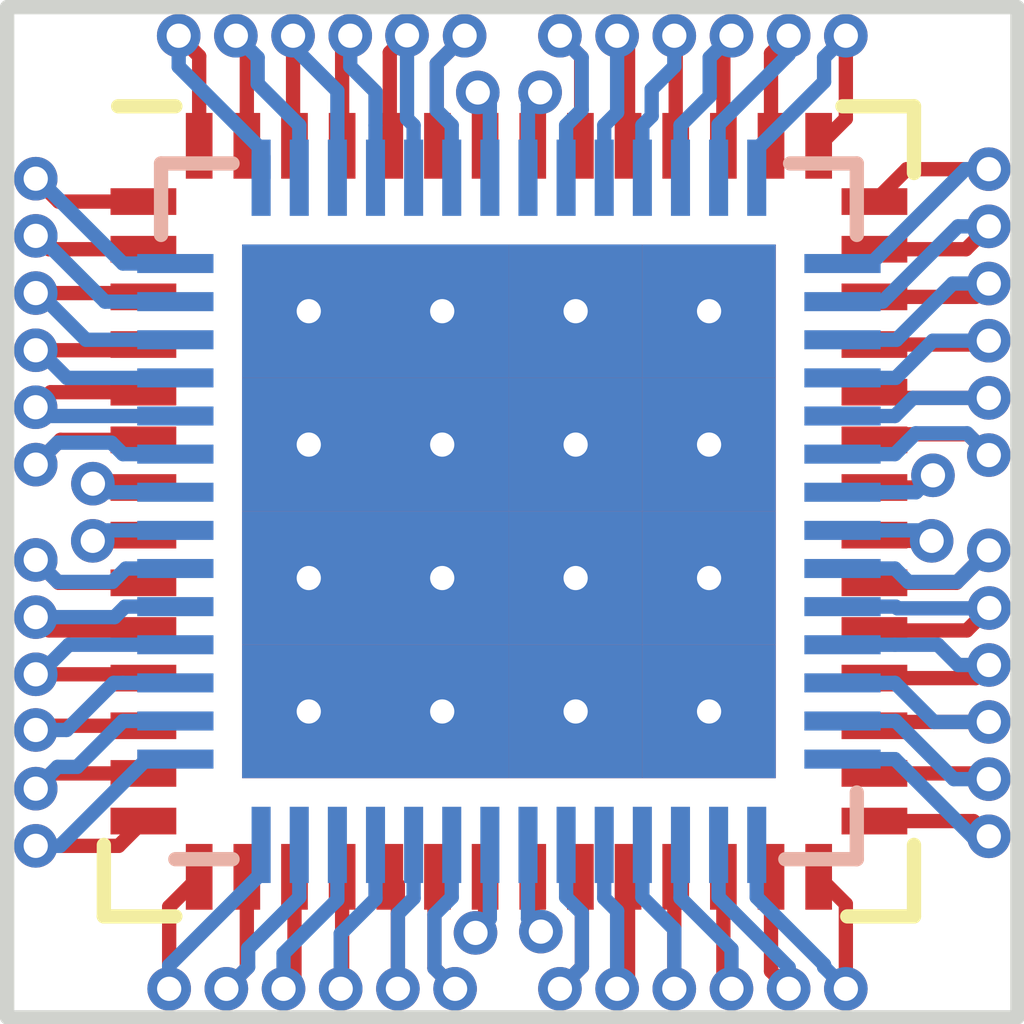
<source format=kicad_pcb>
(kicad_pcb (version 20221018) (generator pcbnew)
  (layers (0 "F.Cu" signal) (1 "In1.Cu" signal) (2 "In2.Cu" signal) (31 "B.Cu" signal) (34 "B.Paste" user) (35 "F.Paste" user) (36 "B.SilkS" user "B.Silkscreen") (37 "F.SilkS" user "F.Silkscreen") (38 "B.Mask" user) (39 "F.Mask" user) (44 "Edge.Cuts" user))
  (net 0 "")
  (net 1 "/1")
  (net 2 "/2")
  (net 3 "/3")
  (net 4 "/4")
  (net 5 "/5")
  (net 6 "/6")
  (net 7 "/7")
  (net 8 "/8")
  (net 9 "/9")
  (net 10 "/10")
  (net 11 "/11")
  (net 12 "/12")
  (net 13 "/15")
  (net 14 "/16")
  (net 15 "/17")
  (net 16 "/18")
  (net 17 "/19")
  (net 18 "/20")
  (net 19 "/21")
  (net 20 "/22")
  (net 21 "/23")
  (net 22 "/24")
  (net 23 "/57")
  (net 24 "/13")
  (net 25 "/14")
  (net 26 "/25")
  (net 27 "/26")
  (net 28 "/27")
  (net 29 "/28")
  (net 30 "/42")
  (net 31 "/41")
  (net 32 "/39")
  (net 33 "/38")
  (net 34 "/40")
  (net 35 "/35")
  (net 36 "/34")
  (net 37 "/33")
  (net 38 "/36")
  (net 39 "/37")
  (net 40 "/30")
  (net 41 "/31")
  (net 42 "/32")
  (net 43 "/29")
  (net 44 "/55")
  (net 45 "/56")
  (net 46 "/51")
  (net 47 "/49")
  (net 48 "/52")
  (net 49 "/53")
  (net 50 "/50")
  (net 51 "/54")
  (net 52 "/45")
  (net 53 "/47")
  (net 54 "/46")
  (net 55 "/44")
  (net 56 "/43")
  (net 57 "/48")
  (footprint "NQBit:QFN-56-1EP_7x7mm_Pitch0.5mm" (layer "F.Cu") (at 73.0648 94.48998)
    (fp_text reference "J2" hide)
    (fp_text value "Conn_02x29_Counter_Clockwise" hide)
    (pad "1" smd rect (at -3.835 -3.25) (size 0.69 0.28) (layers "F.Cu" "F.Paste" "F.Mask") (net 25 "/14"))
    (pad "2" smd rect (at -3.835 -2.75) (size 0.69 0.28) (layers "F.Cu" "F.Paste" "F.Mask") (net 24 "/13"))
    (pad "3" smd rect (at -3.835 -2.25) (size 0.69 0.28) (layers "F.Cu" "F.Paste" "F.Mask") (net 12 "/12"))
    (pad "4" smd rect (at -3.835 -1.75) (size 0.69 0.28) (layers "F.Cu" "F.Paste" "F.Mask") (net 11 "/11"))
    (pad "5" smd rect (at -3.835 -1.25) (size 0.69 0.28) (layers "F.Cu" "F.Paste" "F.Mask") (net 10 "/10"))
    (pad "6" smd rect (at -3.835 -0.75) (size 0.69 0.28) (layers "F.Cu" "F.Paste" "F.Mask") (net 9 "/9"))
    (pad "7" smd rect (at -3.835 -0.25) (size 0.69 0.28) (layers "F.Cu" "F.Paste" "F.Mask") (net 8 "/8"))
    (pad "8" smd rect (at -3.835 0.25) (size 0.69 0.28) (layers "F.Cu" "F.Paste" "F.Mask") (net 7 "/7"))
    (pad "9" smd rect (at -3.835 0.75) (size 0.69 0.28) (layers "F.Cu" "F.Paste" "F.Mask") (net 6 "/6"))
    (pad "10" smd rect (at -3.835 1.25) (size 0.69 0.28) (layers "F.Cu" "F.Paste" "F.Mask") (net 5 "/5"))
    (pad "11" smd rect (at -3.835 1.75) (size 0.69 0.28) (layers "F.Cu" "F.Paste" "F.Mask") (net 4 "/4"))
    (pad "12" smd rect (at -3.835 2.25) (size 0.69 0.28) (layers "F.Cu" "F.Paste" "F.Mask") (net 3 "/3"))
    (pad "13" smd rect (at -3.835 2.75) (size 0.69 0.28) (layers "F.Cu" "F.Paste" "F.Mask") (net 2 "/2"))
    (pad "14" smd rect (at -3.835 3.25) (size 0.69 0.28) (layers "F.Cu" "F.Paste" "F.Mask") (net 1 "/1"))
    (pad "15" smd rect (at -3.25 3.835 90) (size 0.69 0.28) (layers "F.Cu" "F.Paste" "F.Mask") (net 45 "/56"))
    (pad "16" smd rect (at -2.75 3.835 90) (size 0.69 0.28) (layers "F.Cu" "F.Paste" "F.Mask") (net 44 "/55"))
    (pad "17" smd rect (at -2.25 3.835 90) (size 0.69 0.28) (layers "F.Cu" "F.Paste" "F.Mask") (net 51 "/54"))
    (pad "18" smd rect (at -1.75 3.835 90) (size 0.69 0.28) (layers "F.Cu" "F.Paste" "F.Mask") (net 49 "/53"))
    (pad "19" smd rect (at -1.25 3.835 90) (size 0.69 0.28) (layers "F.Cu" "F.Paste" "F.Mask") (net 48 "/52"))
    (pad "20" smd rect (at -0.75 3.835 90) (size 0.69 0.28) (layers "F.Cu" "F.Paste" "F.Mask") (net 46 "/51"))
    (pad "21" smd rect (at -0.25 3.835 90) (size 0.69 0.28) (layers "F.Cu" "F.Paste" "F.Mask") (net 50 "/50"))
    (pad "22" smd rect (at 0.25 3.835 90) (size 0.69 0.28) (layers "F.Cu" "F.Paste" "F.Mask") (net 47 "/49"))
    (pad "23" smd rect (at 0.75 3.835 90) (size 0.69 0.28) (layers "F.Cu" "F.Paste" "F.Mask") (net 57 "/48"))
    (pad "24" smd rect (at 1.25 3.835 90) (size 0.69 0.28) (layers "F.Cu" "F.Paste" "F.Mask") (net 53 "/47"))
    (pad "25" smd rect (at 1.75 3.835 90) (size 0.69 0.28) (layers "F.Cu" "F.Paste" "F.Mask") (net 54 "/46"))
    (pad "26" smd rect (at 2.25 3.835 90) (size 0.69 0.28) (layers "F.Cu" "F.Paste" "F.Mask") (net 52 "/45"))
    (pad "27" smd rect (at 2.75 3.835 90) (size 0.69 0.28) (layers "F.Cu" "F.Paste" "F.Mask") (net 55 "/44"))
    (pad "28" smd rect (at 3.25 3.835 90) (size 0.69 0.28) (layers "F.Cu" "F.Paste" "F.Mask") (net 56 "/43"))
    (pad "29" smd rect (at 3.835 3.25) (size 0.69 0.28) (layers "F.Cu" "F.Paste" "F.Mask") (net 30 "/42"))
    (pad "30" smd rect (at 3.835 2.75) (size 0.69 0.28) (layers "F.Cu" "F.Paste" "F.Mask") (net 31 "/41"))
    (pad "31" smd rect (at 3.835 2.25) (size 0.69 0.28) (layers "F.Cu" "F.Paste" "F.Mask") (net 34 "/40"))
    (pad "32" smd rect (at 3.835 1.75) (size 0.69 0.28) (layers "F.Cu" "F.Paste" "F.Mask") (net 32 "/39"))
    (pad "33" smd rect (at 3.835 1.25) (size 0.69 0.28) (layers "F.Cu" "F.Paste" "F.Mask") (net 33 "/38"))
    (pad "34" smd rect (at 3.835 0.75) (size 0.69 0.28) (layers "F.Cu" "F.Paste" "F.Mask") (net 39 "/37"))
    (pad "35" smd rect (at 3.835 0.25) (size 0.69 0.28) (layers "F.Cu" "F.Paste" "F.Mask") (net 38 "/36"))
    (pad "36" smd rect (at 3.835 -0.25) (size 0.69 0.28) (layers "F.Cu" "F.Paste" "F.Mask") (net 35 "/35"))
    (pad "37" smd rect (at 3.835 -0.75) (size 0.69 0.28) (layers "F.Cu" "F.Paste" "F.Mask") (net 36 "/34"))
    (pad "38" smd rect (at 3.835 -1.25) (size 0.69 0.28) (layers "F.Cu" "F.Paste" "F.Mask") (net 37 "/33"))
    (pad "39" smd rect (at 3.835 -1.75) (size 0.69 0.28) (layers "F.Cu" "F.Paste" "F.Mask") (net 42 "/32"))
    (pad "40" smd rect (at 3.835 -2.25) (size 0.69 0.28) (layers "F.Cu" "F.Paste" "F.Mask") (net 41 "/31"))
    (pad "41" smd rect (at 3.835 -2.75) (size 0.69 0.28) (layers "F.Cu" "F.Paste" "F.Mask") (net 40 "/30"))
    (pad "42" smd rect (at 3.835 -3.25) (size 0.69 0.28) (layers "F.Cu" "F.Paste" "F.Mask") (net 43 "/29"))
    (pad "43" smd rect (at 3.25 -3.835 90) (size 0.69 0.28) (layers "F.Cu" "F.Paste" "F.Mask") (net 29 "/28"))
    (pad "44" smd rect (at 2.75 -3.835 90) (size 0.69 0.28) (layers "F.Cu" "F.Paste" "F.Mask") (net 28 "/27"))
    (pad "45" smd rect (at 2.25 -3.835 90) (size 0.69 0.28) (layers "F.Cu" "F.Paste" "F.Mask") (net 27 "/26"))
    (pad "46" smd rect (at 1.75 -3.835 90) (size 0.69 0.28) (layers "F.Cu" "F.Paste" "F.Mask") (net 26 "/25"))
    (pad "47" smd rect (at 1.25 -3.835 90) (size 0.69 0.28) (layers "F.Cu" "F.Paste" "F.Mask") (net 22 "/24"))
    (pad "48" smd rect (at 0.75 -3.835 90) (size 0.69 0.28) (layers "F.Cu" "F.Paste" "F.Mask") (net 21 "/23"))
    (pad "49" smd rect (at 0.25 -3.835 90) (size 0.69 0.28) (layers "F.Cu" "F.Paste" "F.Mask") (net 20 "/22"))
    (pad "50" smd rect (at -0.25 -3.835 90) (size 0.69 0.28) (layers "F.Cu" "F.Paste" "F.Mask") (net 19 "/21"))
    (pad "51" smd rect (at -0.75 -3.835 90) (size 0.69 0.28) (layers "F.Cu" "F.Paste" "F.Mask") (net 18 "/20"))
    (pad "52" smd rect (at -1.25 -3.835 90) (size 0.69 0.28) (layers "F.Cu" "F.Paste" "F.Mask") (net 17 "/19"))
    (pad "53" smd rect (at -1.75 -3.835 90) (size 0.69 0.28) (layers "F.Cu" "F.Paste" "F.Mask") (net 16 "/18"))
    (pad "54" smd rect (at -2.25 -3.835 90) (size 0.69 0.28) (layers "F.Cu" "F.Paste" "F.Mask") (net 15 "/17"))
    (pad "55" smd rect (at -2.75 -3.835 90) (size 0.69 0.28) (layers "F.Cu" "F.Paste" "F.Mask") (net 14 "/16"))
    (pad "56" smd rect (at -3.25 -3.835 90) (size 0.69 0.28) (layers "F.Cu" "F.Paste" "F.Mask") (net 13 "/15"))
    (pad "57" smd rect (at -2.1 -2.1) (size 1.4 1.4) (layers "F.Cu" "F.Paste" "F.Mask") (net 23 "/57"))
    (pad "57" smd rect (at -2.1 -0.7) (size 1.4 1.4) (layers "F.Cu" "F.Paste" "F.Mask") (net 23 "/57"))
    (pad "57" smd rect (at -2.1 0.7) (size 1.4 1.4) (layers "F.Cu" "F.Paste" "F.Mask") (net 23 "/57"))
    (pad "57" smd rect (at -2.1 2.1) (size 1.4 1.4) (layers "F.Cu" "F.Paste" "F.Mask") (net 23 "/57"))
    (pad "57" smd rect (at -0.7 -2.1) (size 1.4 1.4) (layers "F.Cu" "F.Paste" "F.Mask") (net 23 "/57"))
    (pad "57" smd rect (at -0.7 -0.7) (size 1.4 1.4) (layers "F.Cu" "F.Paste" "F.Mask") (net 23 "/57"))
    (pad "57" smd rect (at -0.7 0.7) (size 1.4 1.4) (layers "F.Cu" "F.Paste" "F.Mask") (net 23 "/57"))
    (pad "57" smd rect (at -0.7 2.1) (size 1.4 1.4) (layers "F.Cu" "F.Paste" "F.Mask") (net 23 "/57"))
    (pad "57" smd rect (at 0.7 -2.1) (size 1.4 1.4) (layers "F.Cu" "F.Paste" "F.Mask") (net 23 "/57"))
    (pad "57" smd rect (at 0.7 -0.7) (size 1.4 1.4) (layers "F.Cu" "F.Paste" "F.Mask") (net 23 "/57"))
    (pad "57" smd rect (at 0.7 0.7) (size 1.4 1.4) (layers "F.Cu" "F.Paste" "F.Mask") (net 23 "/57"))
    (pad "57" smd rect (at 0.7 2.1) (size 1.4 1.4) (layers "F.Cu" "F.Paste" "F.Mask") (net 23 "/57"))
    (pad "57" smd rect (at 2.1 -2.1) (size 1.4 1.4) (layers "F.Cu" "F.Paste" "F.Mask") (net 23 "/57"))
    (pad "57" smd rect (at 2.1 -0.7) (size 1.4 1.4) (layers "F.Cu" "F.Paste" "F.Mask") (net 23 "/57"))
    (pad "57" smd rect (at 2.1 0.7) (size 1.4 1.4) (layers "F.Cu" "F.Paste" "F.Mask") (net 23 "/57"))
    (pad "57" smd rect (at 2.1 2.1) (size 1.4 1.4) (layers "F.Cu" "F.Paste" "F.Mask") (net 23 "/57"))
  )
  (footprint "Housings_DFN_QFN:QFN-56-1EP_7x7mm_Pitch0.4mm" (layer "B.Cu") (at 73.0648 94.48998)
    (fp_text reference "J1" hide)
    (fp_text value "Conn_02x29_Counter_Clockwise" hide)
    (pad "1" smd rect (at -3.5 2.6) (size 0.8 0.2) (layers "B.Cu" "B.Paste" "B.Mask") (net 1 "/1"))
    (pad "2" smd rect (at -3.5 2.2) (size 0.8 0.2) (layers "B.Cu" "B.Paste" "B.Mask") (net 2 "/2"))
    (pad "3" smd rect (at -3.5 1.8) (size 0.8 0.2) (layers "B.Cu" "B.Paste" "B.Mask") (net 3 "/3"))
    (pad "4" smd rect (at -3.5 1.4) (size 0.8 0.2) (layers "B.Cu" "B.Paste" "B.Mask") (net 4 "/4"))
    (pad "5" smd rect (at -3.5 1) (size 0.8 0.2) (layers "B.Cu" "B.Paste" "B.Mask") (net 5 "/5"))
    (pad "6" smd rect (at -3.5 0.6) (size 0.8 0.2) (layers "B.Cu" "B.Paste" "B.Mask") (net 6 "/6"))
    (pad "7" smd rect (at -3.5 0.2) (size 0.8 0.2) (layers "B.Cu" "B.Paste" "B.Mask") (net 7 "/7"))
    (pad "8" smd rect (at -3.5 -0.2) (size 0.8 0.2) (layers "B.Cu" "B.Paste" "B.Mask") (net 8 "/8"))
    (pad "9" smd rect (at -3.5 -0.6) (size 0.8 0.2) (layers "B.Cu" "B.Paste" "B.Mask") (net 9 "/9"))
    (pad "10" smd rect (at -3.5 -1) (size 0.8 0.2) (layers "B.Cu" "B.Paste" "B.Mask") (net 10 "/10"))
    (pad "11" smd rect (at -3.5 -1.4) (size 0.8 0.2) (layers "B.Cu" "B.Paste" "B.Mask") (net 11 "/11"))
    (pad "12" smd rect (at -3.5 -1.8) (size 0.8 0.2) (layers "B.Cu" "B.Paste" "B.Mask") (net 12 "/12"))
    (pad "13" smd rect (at -3.5 -2.2) (size 0.8 0.2) (layers "B.Cu" "B.Paste" "B.Mask") (net 24 "/13"))
    (pad "14" smd rect (at -3.5 -2.6) (size 0.8 0.2) (layers "B.Cu" "B.Paste" "B.Mask") (net 25 "/14"))
    (pad "15" smd rect (at -2.6 -3.5 270) (size 0.8 0.2) (layers "B.Cu" "B.Paste" "B.Mask") (net 13 "/15"))
    (pad "16" smd rect (at -2.2 -3.5 270) (size 0.8 0.2) (layers "B.Cu" "B.Paste" "B.Mask") (net 14 "/16"))
    (pad "17" smd rect (at -1.8 -3.5 270) (size 0.8 0.2) (layers "B.Cu" "B.Paste" "B.Mask") (net 15 "/17"))
    (pad "18" smd rect (at -1.4 -3.5 270) (size 0.8 0.2) (layers "B.Cu" "B.Paste" "B.Mask") (net 16 "/18"))
    (pad "19" smd rect (at -1 -3.5 270) (size 0.8 0.2) (layers "B.Cu" "B.Paste" "B.Mask") (net 17 "/19"))
    (pad "20" smd rect (at -0.6 -3.5 270) (size 0.8 0.2) (layers "B.Cu" "B.Paste" "B.Mask") (net 18 "/20"))
    (pad "21" smd rect (at -0.2 -3.5 270) (size 0.8 0.2) (layers "B.Cu" "B.Paste" "B.Mask") (net 19 "/21"))
    (pad "22" smd rect (at 0.2 -3.5 270) (size 0.8 0.2) (layers "B.Cu" "B.Paste" "B.Mask") (net 20 "/22"))
    (pad "23" smd rect (at 0.6 -3.5 270) (size 0.8 0.2) (layers "B.Cu" "B.Paste" "B.Mask") (net 21 "/23"))
    (pad "24" smd rect (at 1 -3.5 270) (size 0.8 0.2) (layers "B.Cu" "B.Paste" "B.Mask") (net 22 "/24"))
    (pad "25" smd rect (at 1.4 -3.5 270) (size 0.8 0.2) (layers "B.Cu" "B.Paste" "B.Mask") (net 26 "/25"))
    (pad "26" smd rect (at 1.8 -3.5 270) (size 0.8 0.2) (layers "B.Cu" "B.Paste" "B.Mask") (net 27 "/26"))
    (pad "27" smd rect (at 2.2 -3.5 270) (size 0.8 0.2) (layers "B.Cu" "B.Paste" "B.Mask") (net 28 "/27"))
    (pad "28" smd rect (at 2.6 -3.5 270) (size 0.8 0.2) (layers "B.Cu" "B.Paste" "B.Mask") (net 29 "/28"))
    (pad "29" smd rect (at 3.5 -2.6) (size 0.8 0.2) (layers "B.Cu" "B.Paste" "B.Mask") (net 43 "/29"))
    (pad "30" smd rect (at 3.5 -2.2) (size 0.8 0.2) (layers "B.Cu" "B.Paste" "B.Mask") (net 40 "/30"))
    (pad "31" smd rect (at 3.5 -1.8) (size 0.8 0.2) (layers "B.Cu" "B.Paste" "B.Mask") (net 41 "/31"))
    (pad "32" smd rect (at 3.5 -1.4) (size 0.8 0.2) (layers "B.Cu" "B.Paste" "B.Mask") (net 42 "/32"))
    (pad "33" smd rect (at 3.5 -1) (size 0.8 0.2) (layers "B.Cu" "B.Paste" "B.Mask") (net 37 "/33"))
    (pad "34" smd rect (at 3.5 -0.6) (size 0.8 0.2) (layers "B.Cu" "B.Paste" "B.Mask") (net 36 "/34"))
    (pad "35" smd rect (at 3.5 -0.2) (size 0.8 0.2) (layers "B.Cu" "B.Paste" "B.Mask") (net 35 "/35"))
    (pad "36" smd rect (at 3.5 0.2) (size 0.8 0.2) (layers "B.Cu" "B.Paste" "B.Mask") (net 38 "/36"))
    (pad "37" smd rect (at 3.5 0.6) (size 0.8 0.2) (layers "B.Cu" "B.Paste" "B.Mask") (net 39 "/37"))
    (pad "38" smd rect (at 3.5 1) (size 0.8 0.2) (layers "B.Cu" "B.Paste" "B.Mask") (net 33 "/38"))
    (pad "39" smd rect (at 3.5 1.4) (size 0.8 0.2) (layers "B.Cu" "B.Paste" "B.Mask") (net 32 "/39"))
    (pad "40" smd rect (at 3.5 1.8) (size 0.8 0.2) (layers "B.Cu" "B.Paste" "B.Mask") (net 34 "/40"))
    (pad "41" smd rect (at 3.5 2.2) (size 0.8 0.2) (layers "B.Cu" "B.Paste" "B.Mask") (net 31 "/41"))
    (pad "42" smd rect (at 3.5 2.6) (size 0.8 0.2) (layers "B.Cu" "B.Paste" "B.Mask") (net 30 "/42"))
    (pad "43" smd rect (at 2.6 3.5 270) (size 0.8 0.2) (layers "B.Cu" "B.Paste" "B.Mask") (net 56 "/43"))
    (pad "44" smd rect (at 2.2 3.5 270) (size 0.8 0.2) (layers "B.Cu" "B.Paste" "B.Mask") (net 55 "/44"))
    (pad "45" smd rect (at 1.8 3.5 270) (size 0.8 0.2) (layers "B.Cu" "B.Paste" "B.Mask") (net 52 "/45"))
    (pad "46" smd rect (at 1.4 3.5 270) (size 0.8 0.2) (layers "B.Cu" "B.Paste" "B.Mask") (net 54 "/46"))
    (pad "47" smd rect (at 1 3.5 270) (size 0.8 0.2) (layers "B.Cu" "B.Paste" "B.Mask") (net 53 "/47"))
    (pad "48" smd rect (at 0.6 3.5 270) (size 0.8 0.2) (layers "B.Cu" "B.Paste" "B.Mask") (net 57 "/48"))
    (pad "49" smd rect (at 0.2 3.5 270) (size 0.8 0.2) (layers "B.Cu" "B.Paste" "B.Mask") (net 47 "/49"))
    (pad "50" smd rect (at -0.2 3.5 270) (size 0.8 0.2) (layers "B.Cu" "B.Paste" "B.Mask") (net 50 "/50"))
    (pad "51" smd rect (at -0.6 3.5 270) (size 0.8 0.2) (layers "B.Cu" "B.Paste" "B.Mask") (net 46 "/51"))
    (pad "52" smd rect (at -1 3.5 270) (size 0.8 0.2) (layers "B.Cu" "B.Paste" "B.Mask") (net 48 "/52"))
    (pad "53" smd rect (at -1.4 3.5 270) (size 0.8 0.2) (layers "B.Cu" "B.Paste" "B.Mask") (net 49 "/53"))
    (pad "54" smd rect (at -1.8 3.5 270) (size 0.8 0.2) (layers "B.Cu" "B.Paste" "B.Mask") (net 51 "/54"))
    (pad "55" smd rect (at -2.2 3.5 270) (size 0.8 0.2) (layers "B.Cu" "B.Paste" "B.Mask") (net 44 "/55"))
    (pad "56" smd rect (at -2.6 3.5 270) (size 0.8 0.2) (layers "B.Cu" "B.Paste" "B.Mask") (net 45 "/56"))
    (pad "57" smd rect (at -2.1 -2.1) (size 1.4 1.4) (layers "B.Cu" "B.Paste" "B.Mask") (net 23 "/57"))
    (pad "57" smd rect (at -2.1 -0.7) (size 1.4 1.4) (layers "B.Cu" "B.Paste" "B.Mask") (net 23 "/57"))
    (pad "57" smd rect (at -2.1 0.7) (size 1.4 1.4) (layers "B.Cu" "B.Paste" "B.Mask") (net 23 "/57"))
    (pad "57" smd rect (at -2.1 2.1) (size 1.4 1.4) (layers "B.Cu" "B.Paste" "B.Mask") (net 23 "/57"))
    (pad "57" smd rect (at -0.7 -2.1) (size 1.4 1.4) (layers "B.Cu" "B.Paste" "B.Mask") (net 23 "/57"))
    (pad "57" smd rect (at -0.7 -0.7) (size 1.4 1.4) (layers "B.Cu" "B.Paste" "B.Mask") (net 23 "/57"))
    (pad "57" smd rect (at -0.7 0.7) (size 1.4 1.4) (layers "B.Cu" "B.Paste" "B.Mask") (net 23 "/57"))
    (pad "57" smd rect (at -0.7 2.1) (size 1.4 1.4) (layers "B.Cu" "B.Paste" "B.Mask") (net 23 "/57"))
    (pad "57" smd rect (at 0.7 -2.1) (size 1.4 1.4) (layers "B.Cu" "B.Paste" "B.Mask") (net 23 "/57"))
    (pad "57" smd rect (at 0.7 -0.7) (size 1.4 1.4) (layers "B.Cu" "B.Paste" "B.Mask") (net 23 "/57"))
    (pad "57" smd rect (at 0.7 0.7) (size 1.4 1.4) (layers "B.Cu" "B.Paste" "B.Mask") (net 23 "/57"))
    (pad "57" smd rect (at 0.7 2.1) (size 1.4 1.4) (layers "B.Cu" "B.Paste" "B.Mask") (net 23 "/57"))
    (pad "57" smd rect (at 2.1 -2.1) (size 1.4 1.4) (layers "B.Cu" "B.Paste" "B.Mask") (net 23 "/57"))
    (pad "57" smd rect (at 2.1 -0.7) (size 1.4 1.4) (layers "B.Cu" "B.Paste" "B.Mask") (net 23 "/57"))
    (pad "57" smd rect (at 2.1 0.7) (size 1.4 1.4) (layers "B.Cu" "B.Paste" "B.Mask") (net 23 "/57"))
    (pad "57" smd rect (at 2.1 2.1) (size 1.4 1.4) (layers "B.Cu" "B.Paste" "B.Mask") (net 23 "/57"))
  )
  (gr_line (start 67.8 89.2) (end 67.8 99.8) (stroke (width 0.15)) (layer "Edge.Cuts"))
  (gr_line (start 67.8 89.2) (end 78.4 89.2) (stroke (width 0.15)) (layer "Edge.Cuts"))
  (gr_line (start 78.4 89.2) (end 78.4 99.8) (stroke (width 0.15)) (layer "Edge.Cuts"))
  (gr_line (start 78.4 99.8) (end 67.8 99.8) (stroke (width 0.15)) (layer "Edge.Cuts"))
  (segment (start 69.2298 97.73998) (end 68.96978 98) (width 0.15) (layer "F.Cu") (net 1))
  (segment (start 68.96978 98) (end 68.1 98) (width 0.15) (layer "F.Cu") (net 1))
  (via (at 68.1 98) (size 0.4572) (drill 0.254) (layers "F.Cu" "B.Cu") (net 1))
  (segment (start 69.5648 97.08998) (end 69.2648 97.08998) (width 0.15) (layer "B.Cu") (net 1))
  (segment (start 69.2648 97.08998) (end 68.35478 98) (width 0.15) (layer "B.Cu") (net 1))
  (segment (start 68.35478 98) (end 68.1 98) (width 0.15) (layer "B.Cu") (net 1))
  (segment (start 68.26002 97.23998) (end 68.1 97.4) (width 0.15) (layer "F.Cu") (net 2))
  (segment (start 69.2298 97.23998) (end 68.26002 97.23998) (width 0.15) (layer "F.Cu") (net 2))
  (via (at 68.1 97.4) (size 0.4572) (drill 0.254) (layers "F.Cu" "B.Cu") (net 2))
  (segment (start 69.0148 96.68998) (end 69.5648 96.68998) (width 0.15) (layer "B.Cu") (net 2))
  (segment (start 68.1 97.4) (end 68.328599 97.171401) (width 0.15) (layer "B.Cu") (net 2))
  (segment (start 68.328599 97.171401) (end 68.533379 97.171401) (width 0.15) (layer "B.Cu") (net 2))
  (segment (start 68.533379 97.171401) (end 69.0148 96.68998) (width 0.15) (layer "B.Cu") (net 2))
  (segment (start 69.2298 96.73998) (end 68.144223 96.73998) (width 0.15) (layer "F.Cu") (net 3))
  (segment (start 68.144223 96.73998) (end 68.1 96.784203) (width 0.15) (layer "F.Cu") (net 3))
  (via (at 68.1 96.784203) (size 0.4572) (drill 0.254) (layers "F.Cu" "B.Cu") (net 3))
  (segment (start 68.917512 96.28998) (end 69.0148 96.28998) (width 0.15) (layer "B.Cu") (net 3))
  (segment (start 68.423289 96.784203) (end 68.917512 96.28998) (width 0.15) (layer "B.Cu") (net 3))
  (segment (start 68.1 96.784203) (end 68.423289 96.784203) (width 0.15) (layer "B.Cu") (net 3))
  (segment (start 69.0148 96.28998) (end 69.5648 96.28998) (width 0.15) (layer "B.Cu") (net 3))
  (segment (start 68.1 96.2) (end 69.18982 96.2) (width 0.15) (layer "F.Cu") (net 4))
  (segment (start 69.18982 96.2) (end 69.2298 96.23998) (width 0.15) (layer "F.Cu") (net 4))
  (via (at 68.1 96.2) (size 0.4572) (drill 0.254) (layers "F.Cu" "B.Cu") (net 4))
  (segment (start 69.5648 95.88998) (end 68.44731 95.88998) (width 0.15) (layer "B.Cu") (net 4))
  (segment (start 68.13729 96.2) (end 68.1 96.2) (width 0.15) (layer "B.Cu") (net 4))
  (segment (start 68.44731 95.88998) (end 68.13729 96.2) (width 0.15) (layer "B.Cu") (net 4))
  (segment (start 69.2298 95.73998) (end 68.23998 95.73998) (width 0.15) (layer "F.Cu") (net 5))
  (segment (start 68.23998 95.73998) (end 68.1 95.6) (width 0.15) (layer "F.Cu") (net 5))
  (via (at 68.1 95.6) (size 0.4572) (drill 0.254) (layers "F.Cu" "B.Cu") (net 5))
  (segment (start 68.927327 95.6) (end 69.037347 95.48998) (width 0.15) (layer "B.Cu") (net 5))
  (segment (start 68.1 95.6) (end 68.927327 95.6) (width 0.15) (layer "B.Cu") (net 5))
  (segment (start 69.037347 95.48998) (end 69.5648 95.48998) (width 0.15) (layer "B.Cu") (net 5))
  (segment (start 68.33998 95.23998) (end 69.2298 95.23998) (width 0.15) (layer "F.Cu") (net 6))
  (segment (start 68.1 95) (end 68.33998 95.23998) (width 0.15) (layer "F.Cu") (net 6))
  (via (at 68.1 95) (size 0.4572) (drill 0.254) (layers "F.Cu" "B.Cu") (net 6))
  (segment (start 68.904975 95.230601) (end 68.330601 95.230601) (width 0.15) (layer "B.Cu") (net 6))
  (segment (start 69.045596 95.08998) (end 68.904975 95.230601) (width 0.15) (layer "B.Cu") (net 6))
  (segment (start 69.5648 95.08998) (end 69.045596 95.08998) (width 0.15) (layer "B.Cu") (net 6))
  (segment (start 68.330601 95.230601) (end 68.1 95) (width 0.15) (layer "B.Cu") (net 6))
  (segment (start 68.698286 94.797217) (end 69.172563 94.797217) (width 0.15) (layer "F.Cu") (net 7))
  (segment (start 69.172563 94.797217) (end 69.2298 94.73998) (width 0.15) (layer "F.Cu") (net 7))
  (via (at 68.698286 94.8) (size 0.4572) (drill 0.254) (layers "F.Cu" "B.Cu") (net 7))
  (segment (start 69.5648 94.68998) (end 68.805523 94.68998) (width 0.15) (layer "B.Cu") (net 7))
  (segment (start 68.805523 94.68998) (end 68.698286 94.797217) (width 0.15) (layer "B.Cu") (net 7))
  (segment (start 68.7 94.2) (end 69.18982 94.2) (width 0.15) (layer "F.Cu") (net 8))
  (segment (start 69.18982 94.2) (end 69.2298 94.23998) (width 0.15) (layer "F.Cu") (net 8))
  (via (at 68.7 94.2) (size 0.4572) (drill 0.254) (layers "F.Cu" "B.Cu") (net 8))
  (segment (start 68.78998 94.28998) (end 68.7 94.2) (width 0.15) (layer "B.Cu") (net 8))
  (segment (start 69.5648 94.28998) (end 68.78998 94.28998) (width 0.15) (layer "B.Cu") (net 8))
  (segment (start 68.36002 93.73998) (end 69.2298 93.73998) (width 0.15) (layer "F.Cu") (net 9))
  (segment (start 68.1 94) (end 68.36002 93.73998) (width 0.15) (layer "F.Cu") (net 9))
  (via (at 68.1 94) (size 0.4572) (drill 0.254) (layers "F.Cu" "B.Cu") (net 9))
  (segment (start 68.330601 93.769399) (end 68.1 94) (width 0.15) (layer "B.Cu") (net 9))
  (segment (start 69.0148 93.88998) (end 68.894219 93.769399) (width 0.15) (layer "B.Cu") (net 9))
  (segment (start 69.5648 93.88998) (end 69.0148 93.88998) (width 0.15) (layer "B.Cu") (net 9))
  (segment (start 68.894219 93.769399) (end 68.330601 93.769399) (width 0.15) (layer "B.Cu") (net 9))
  (segment (start 68.256395 93.23998) (end 68.098429 93.397946) (width 0.15) (layer "F.Cu") (net 10))
  (segment (start 69.16978 93.3) (end 69.2298 93.23998) (width 0.15) (layer "F.Cu") (net 10))
  (segment (start 69.2298 93.23998) (end 68.256395 93.23998) (width 0.15) (layer "F.Cu") (net 10))
  (via (at 68.098429 93.397946) (size 0.4572) (drill 0.254) (layers "F.Cu" "B.Cu") (net 10))
  (segment (start 69.5648 93.48998) (end 68.190463 93.48998) (width 0.15) (layer "B.Cu") (net 10))
  (segment (start 68.190463 93.48998) (end 68.098429 93.397946) (width 0.15) (layer "B.Cu") (net 10))
  (segment (start 68.1 92.8) (end 69.16978 92.8) (width 0.15) (layer "F.Cu") (net 11))
  (segment (start 69.16978 92.8) (end 69.2298 92.73998) (width 0.15) (layer "F.Cu") (net 11))
  (via (at 68.1 92.8) (size 0.4572) (drill 0.254) (layers "F.Cu" "B.Cu") (net 11))
  (segment (start 68.137773 92.8) (end 68.1 92.8) (width 0.15) (layer "B.Cu") (net 11))
  (segment (start 68.427753 93.08998) (end 68.137773 92.8) (width 0.15) (layer "B.Cu") (net 11))
  (segment (start 69.5648 93.08998) (end 68.427753 93.08998) (width 0.15) (layer "B.Cu") (net 11))
  (segment (start 68.1 92.2) (end 69.18982 92.2) (width 0.15) (layer "F.Cu") (net 12))
  (segment (start 69.18982 92.2) (end 69.2298 92.23998) (width 0.15) (layer "F.Cu") (net 12))
  (via (at 68.1 92.2) (size 0.4572) (drill 0.254) (layers "F.Cu" "B.Cu") (net 12))
  (segment (start 68.62727 92.68998) (end 68.13729 92.2) (width 0.15) (layer "B.Cu") (net 12))
  (segment (start 69.5648 92.68998) (end 68.62727 92.68998) (width 0.15) (layer "B.Cu") (net 12))
  (segment (start 68.13729 92.2) (end 68.1 92.2) (width 0.15) (layer "B.Cu") (net 12))
  (segment (start 69.8148 89.7148) (end 69.6 89.5) (width 0.15) (layer "F.Cu") (net 13))
  (segment (start 69.8 90.64018) (end 69.8148 90.65498) (width 0.2) (layer "F.Cu") (net 13))
  (segment (start 69.8148 90.65498) (end 69.8148 89.7148) (width 0.15) (layer "F.Cu") (net 13))
  (via (at 69.6 89.5) (size 0.4572) (drill 0.254) (layers "F.Cu" "B.Cu") (net 13))
  (segment (start 69.6 89.82518) (end 69.6 89.5) (width 0.15) (layer "B.Cu") (net 13))
  (segment (start 70.4648 90.98998) (end 70.4648 90.7648) (width 0.2) (layer "B.Cu") (net 13))
  (segment (start 70.4648 90.68998) (end 69.6 89.82518) (width 0.15) (layer "B.Cu") (net 13))
  (segment (start 70.4648 90.98998) (end 70.4648 90.68998) (width 0.15) (layer "B.Cu") (net 13))
  (segment (start 70.3148 89.6148) (end 70.2 89.5) (width 0.15) (layer "F.Cu") (net 14))
  (segment (start 70.3148 90.65498) (end 70.3148 89.6148) (width 0.15) (layer "F.Cu") (net 14))
  (via (at 70.2 89.5) (size 0.4572) (drill 0.254) (layers "F.Cu" "B.Cu") (net 14))
  (segment (start 70.8648 90.43998) (end 70.8648 90.98998) (width 0.15) (layer "B.Cu") (net 14))
  (segment (start 70.428599 90.003779) (end 70.8648 90.43998) (width 0.15) (layer "B.Cu") (net 14))
  (segment (start 70.2 89.5) (end 70.428599 89.728599) (width 0.15) (layer "B.Cu") (net 14))
  (segment (start 70.428599 89.728599) (end 70.428599 90.003779) (width 0.15) (layer "B.Cu") (net 14))
  (segment (start 70.8 90.64018) (end 70.8148 90.65498) (width 0.15) (layer "F.Cu") (net 15))
  (segment (start 70.8 89.5) (end 70.8 90.64018) (width 0.15) (layer "F.Cu") (net 15))
  (via (at 70.8 89.5) (size 0.4572) (drill 0.254) (layers "F.Cu" "B.Cu") (net 15))
  (segment (start 71.2648 90.98998) (end 71.2648 90.07984) (width 0.15) (layer "B.Cu") (net 15))
  (segment (start 71.2648 90.07984) (end 70.8 89.61504) (width 0.15) (layer "B.Cu") (net 15))
  (segment (start 70.8 89.61504) (end 70.8 89.5) (width 0.15) (layer "B.Cu") (net 15))
  (segment (start 71.3148 89.5852) (end 71.4 89.5) (width 0.15) (layer "F.Cu") (net 16))
  (segment (start 71.3148 90.65498) (end 71.3148 89.5852) (width 0.15) (layer "F.Cu") (net 16))
  (via (at 71.4 89.5) (size 0.4572) (drill 0.254) (layers "F.Cu" "B.Cu") (net 16))
  (segment (start 71.6648 90.088089) (end 71.6648 90.43998) (width 0.15) (layer "B.Cu") (net 16))
  (segment (start 71.6648 90.43998) (end 71.6648 90.98998) (width 0.15) (layer "B.Cu") (net 16))
  (segment (start 71.4 89.5) (end 71.4 89.823289) (width 0.15) (layer "B.Cu") (net 16))
  (segment (start 71.4 89.823289) (end 71.6648 90.088089) (width 0.15) (layer "B.Cu") (net 16))
  (segment (start 71.8148 89.676438) (end 71.8148 90.65498) (width 0.15) (layer "F.Cu") (net 17))
  (segment (start 71.995507 89.495731) (end 71.8148 89.676438) (width 0.15) (layer "F.Cu") (net 17))
  (via (at 71.995507 89.495731) (size 0.4572) (drill 0.254) (layers "F.Cu" "B.Cu") (net 17))
  (segment (start 72.0648 90.98998) (end 72.0648 90.43998) (width 0.15) (layer "B.Cu") (net 17))
  (segment (start 71.995507 90.370687) (end 71.995507 89.495731) (width 0.15) (layer "B.Cu") (net 17))
  (segment (start 72.0648 90.43998) (end 71.995507 90.370687) (width 0.15) (layer "B.Cu") (net 17))
  (segment (start 72.307665 90.647845) (end 72.307665 89.792335) (width 0.15) (layer "F.Cu") (net 18))
  (segment (start 72.3148 90.65498) (end 72.307665 90.647845) (width 0.15) (layer "F.Cu") (net 18))
  (segment (start 72.307665 89.792335) (end 72.6 89.5) (width 0.15) (layer "F.Cu") (net 18))
  (via (at 72.6 89.5) (size 0.4572) (drill 0.254) (layers "F.Cu" "B.Cu") (net 18))
  (segment (start 72.307665 90.282845) (end 72.4648 90.43998) (width 0.15) (layer "B.Cu") (net 18))
  (segment (start 72.307665 89.792335) (end 72.307665 90.282845) (width 0.15) (layer "B.Cu") (net 18))
  (segment (start 72.4648 90.43998) (end 72.4648 90.98998) (width 0.15) (layer "B.Cu") (net 18))
  (segment (start 72.6 89.5) (end 72.307665 89.792335) (width 0.15) (layer "B.Cu") (net 18))
  (segment (start 72.8148 90.65498) (end 72.8148 90.171806) (width 0.15) (layer "F.Cu") (net 19))
  (segment (start 72.8148 90.171806) (end 72.738266 90.095272) (width 0.15) (layer "F.Cu") (net 19))
  (segment (start 72.828362 90.641418) (end 72.8148 90.65498) (width 0.15) (layer "F.Cu") (net 19))
  (via (at 72.738266 90.095272) (size 0.4572) (drill 0.254) (layers "F.Cu" "B.Cu") (net 19))
  (segment (start 72.8648 90.221806) (end 72.8648 90.98998) (width 0.15) (layer "B.Cu") (net 19))
  (segment (start 72.738266 90.095272) (end 72.8648 90.221806) (width 0.15) (layer "B.Cu") (net 19))
  (segment (start 73.3148 90.171519) (end 73.392245 90.094074) (width 0.15) (layer "F.Cu") (net 20))
  (segment (start 73.3148 90.65498) (end 73.3148 90.171519) (width 0.15) (layer "F.Cu") (net 20))
  (via (at 73.392245 90.094074) (size 0.4572) (drill 0.254) (layers "F.Cu" "B.Cu") (net 20))
  (segment (start 73.2648 90.221519) (end 73.2648 90.98998) (width 0.15) (layer "B.Cu") (net 20))
  (segment (start 73.392245 90.094074) (end 73.2648 90.221519) (width 0.15) (layer "B.Cu") (net 20))
  (segment (start 73.822846 89.722846) (end 73.6 89.5) (width 0.15) (layer "F.Cu") (net 21))
  (segment (start 73.8148 90.65498) (end 73.822846 90.646934) (width 0.15) (layer "F.Cu") (net 21))
  (segment (start 73.822846 90.646934) (end 73.822846 89.722846) (width 0.15) (layer "F.Cu") (net 21))
  (via (at 73.6 89.5) (size 0.4572) (drill 0.254) (layers "F.Cu" "B.Cu") (net 21))
  (segment (start 73.6648 90.43998) (end 73.6648 90.98998) (width 0.15) (layer "B.Cu") (net 21))
  (segment (start 73.6 89.5) (end 73.828599 89.728599) (width 0.15) (layer "B.Cu") (net 21))
  (segment (start 73.828599 90.276181) (end 73.6648 90.43998) (width 0.15) (layer "B.Cu") (net 21))
  (segment (start 73.828599 89.728599) (end 73.828599 90.276181) (width 0.15) (layer "B.Cu") (net 21))
  (segment (start 74.3148 89.6148) (end 74.2 89.5) (width 0.15) (layer "F.Cu") (net 22))
  (segment (start 74.3148 90.65498) (end 74.3148 89.6148) (width 0.15) (layer "F.Cu") (net 22))
  (via (at 74.2 89.5) (size 0.4572) (drill 0.254) (layers "F.Cu" "B.Cu") (net 22))
  (segment (start 74.0648 90.43998) (end 74.2 90.30478) (width 0.15) (layer "B.Cu") (net 22))
  (segment (start 74.0648 90.98998) (end 74.0648 90.43998) (width 0.15) (layer "B.Cu") (net 22))
  (segment (start 74.2 90.30478) (end 74.2 89.5) (width 0.15) (layer "B.Cu") (net 22))
  (via (at 75.1648 93.78998) (size 0.4572) (drill 0.254) (layers "F.Cu" "B.Cu") (net 23))
  (via (at 75.1648 95.18998) (size 0.4572) (drill 0.254) (layers "F.Cu" "B.Cu") (net 23))
  (via (at 72.3648 93.78998) (size 0.4572) (drill 0.254) (layers "F.Cu" "B.Cu") (net 23))
  (via (at 75.1648 96.58998) (size 0.4572) (drill 0.254) (layers "F.Cu" "B.Cu") (net 23))
  (via (at 73.7648 95.18998) (size 0.4572) (drill 0.254) (layers "F.Cu" "B.Cu") (net 23))
  (via (at 70.9648 96.58998) (size 0.4572) (drill 0.254) (layers "F.Cu" "B.Cu") (net 23))
  (via (at 73.7648 92.38998) (size 0.4572) (drill 0.254) (layers "F.Cu" "B.Cu") (net 23))
  (via (at 70.9648 95.18998) (size 0.4572) (drill 0.254) (layers "F.Cu" "B.Cu") (net 23))
  (via (at 72.3648 95.18998) (size 0.4572) (drill 0.254) (layers "F.Cu" "B.Cu") (net 23))
  (via (at 70.9648 93.78998) (size 0.4572) (drill 0.254) (layers "F.Cu" "B.Cu") (net 23))
  (via (at 72.3648 92.38998) (size 0.4572) (drill 0.254) (layers "F.Cu" "B.Cu") (net 23))
  (via (at 73.7648 96.58998) (size 0.4572) (drill 0.254) (layers "F.Cu" "B.Cu") (net 23))
  (via (at 73.7648 93.78998) (size 0.4572) (drill 0.254) (layers "F.Cu" "B.Cu") (net 23))
  (via (at 70.9648 92.38998) (size 0.4572) (drill 0.254) (layers "F.Cu" "B.Cu") (net 23))
  (via (at 75.1648 92.38998) (size 0.4572) (drill 0.254) (layers "F.Cu" "B.Cu") (net 23))
  (via (at 72.3648 96.58998) (size 0.4572) (drill 0.254) (layers "F.Cu" "B.Cu") (net 23))
  (segment (start 69.2298 91.73998) (end 68.23998 91.73998) (width 0.15) (layer "F.Cu") (net 24))
  (segment (start 68.23998 91.73998) (end 68.1 91.6) (width 0.15) (layer "F.Cu") (net 24))
  (via (at 68.1 91.6) (size 0.4572) (drill 0.254) (layers "F.Cu" "B.Cu") (net 24))
  (segment (start 68.13729 91.6) (end 68.1 91.6) (width 0.15) (layer "B.Cu") (net 24))
  (segment (start 68.82727 92.28998) (end 68.13729 91.6) (width 0.15) (layer "B.Cu") (net 24))
  (segment (start 69.5648 92.28998) (end 68.82727 92.28998) (width 0.15) (layer "B.Cu") (net 24))
  (segment (start 68.33998 91.23998) (end 68.1 91) (width 0.15) (layer "F.Cu") (net 25))
  (segment (start 69.2298 91.23998) (end 68.33998 91.23998) (width 0.15) (layer "F.Cu") (net 25))
  (via (at 68.1 91) (size 0.4572) (drill 0.254) (layers "F.Cu" "B.Cu") (net 25))
  (segment (start 68.12482 91) (end 68.1 91) (width 0.15) (layer "B.Cu") (net 25))
  (segment (start 69.0148 91.88998) (end 68.12482 91) (width 0.15) (layer "B.Cu") (net 25))
  (segment (start 69.5648 91.88998) (end 69.0148 91.88998) (width 0.15) (layer "B.Cu") (net 25))
  (segment (start 74.8148 90.65498) (end 74.8148 89.5148) (width 0.15) (layer "F.Cu") (net 26))
  (segment (start 74.8148 89.5148) (end 74.8 89.5) (width 0.15) (layer "F.Cu") (net 26))
  (via (at 74.8 89.5) (size 0.4572) (drill 0.254) (layers "F.Cu" "B.Cu") (net 26))
  (segment (start 74.8 89.5) (end 74.8 89.823289) (width 0.15) (layer "B.Cu") (net 26))
  (segment (start 74.8 89.823289) (end 74.562799 90.06049) (width 0.15) (layer "B.Cu") (net 26))
  (segment (start 74.562799 90.341981) (end 74.4648 90.43998) (width 0.15) (layer "B.Cu") (net 26))
  (segment (start 74.562799 90.06049) (end 74.562799 90.341981) (width 0.15) (layer "B.Cu") (net 26))
  (segment (start 74.4648 90.43998) (end 74.4648 90.98998) (width 0.15) (layer "B.Cu") (net 26))
  (segment (start 75.3148 89.5852) (end 75.4 89.5) (width 0.15) (layer "F.Cu") (net 27))
  (segment (start 75.3148 90.65498) (end 75.3148 89.5852) (width 0.15) (layer "F.Cu") (net 27))
  (via (at 75.4 89.5) (size 0.4572) (drill 0.254) (layers "F.Cu" "B.Cu") (net 27))
  (segment (start 74.8648 90.43998) (end 74.8648 90.98998) (width 0.15) (layer "B.Cu") (net 27))
  (segment (start 75.171401 89.728599) (end 75.171401 90.133379) (width 0.15) (layer "B.Cu") (net 27))
  (segment (start 75.171401 90.133379) (end 74.8648 90.43998) (width 0.15) (layer "B.Cu") (net 27))
  (segment (start 75.4 89.5) (end 75.171401 89.728599) (width 0.15) (layer "B.Cu") (net 27))
  (segment (start 75.8148 89.6852) (end 75.8148 90.65498) (width 0.15) (layer "F.Cu") (net 28))
  (segment (start 76 89.5) (end 75.8148 89.6852) (width 0.15) (layer "F.Cu") (net 28))
  (via (at 76 89.5) (size 0.4572) (drill 0.254) (layers "F.Cu" "B.Cu") (net 28))
  (segment (start 75.2648 90.98998) (end 75.2648 90.43173) (width 0.15) (layer "B.Cu") (net 28))
  (segment (start 75.2648 90.43173) (end 76 89.69653) (width 0.15) (layer "B.Cu") (net 28))
  (segment (start 76 89.69653) (end 76 89.5) (width 0.15) (layer "B.Cu") (net 28))
  (segment (start 76.6 90.36978) (end 76.6 89.5) (width 0.15) (layer "F.Cu") (net 29))
  (segment (start 76.3148 90.65498) (end 76.6 90.36978) (width 0.15) (layer "F.Cu") (net 29))
  (via (at 76.6 89.5) (size 0.4572) (drill 0.254) (layers "F.Cu" "B.Cu") (net 29))
  (segment (start 76.6 89.5) (end 76.371401 89.728599) (width 0.15) (layer "B.Cu") (net 29))
  (segment (start 75.6648 90.68998) (end 75.6648 90.98998) (width 0.15) (layer "B.Cu") (net 29))
  (segment (start 76.371401 89.983379) (end 75.6648 90.68998) (width 0.15) (layer "B.Cu") (net 29))
  (segment (start 76.371401 89.728599) (end 76.371401 89.983379) (width 0.15) (layer "B.Cu") (net 29))
  (segment (start 77.93998 97.73998) (end 78.1 97.9) (width 0.15) (layer "F.Cu") (net 30))
  (segment (start 76.8998 97.73998) (end 77.93998 97.73998) (width 0.15) (layer "F.Cu") (net 30))
  (via (at 78.1 97.9) (size 0.4572) (drill 0.254) (layers "F.Cu" "B.Cu") (net 30))
  (segment (start 76.5648 97.08998) (end 77.1148 97.08998) (width 0.15) (layer "B.Cu") (net 30))
  (segment (start 77.1148 97.08998) (end 77.92482 97.9) (width 0.15) (layer "B.Cu") (net 30))
  (segment (start 77.92482 97.9) (end 78.1 97.9) (width 0.15) (layer "B.Cu") (net 30))
  (segment (start 76.8998 97.23998) (end 78.03998 97.23998) (width 0.15) (layer "F.Cu") (net 31))
  (segment (start 78.03998 97.23998) (end 78.1 97.3) (width 0.15) (layer "F.Cu") (net 31))
  (via (at 78.1 97.3) (size 0.4572) (drill 0.254) (layers "F.Cu" "B.Cu") (net 31))
  (segment (start 77.1148 96.68998) (end 76.5648 96.68998) (width 0.15) (layer "B.Cu") (net 31))
  (segment (start 77.73307 97.3) (end 77.12305 96.68998) (width 0.15) (layer "B.Cu") (net 31))
  (segment (start 78.1 97.3) (end 77.73307 97.3) (width 0.15) (layer "B.Cu") (net 31))
  (segment (start 77.12305 96.68998) (end 77.1148 96.68998) (width 0.15) (layer "B.Cu") (net 31))
  (segment (start 77.963937 96.23998) (end 78.101531 96.102386) (width 0.15) (layer "F.Cu") (net 32))
  (segment (start 76.8998 96.23998) (end 77.963937 96.23998) (width 0.15) (layer "F.Cu") (net 32))
  (via (at 78.101531 96.102386) (size 0.4572) (drill 0.254) (layers "F.Cu" "B.Cu") (net 32))
  (segment (start 77.778242 96.102386) (end 77.565836 95.88998) (width 0.15) (layer "B.Cu") (net 32))
  (segment (start 77.565836 95.88998) (end 77.1148 95.88998) (width 0.15) (layer "B.Cu") (net 32))
  (segment (start 77.1148 95.88998) (end 76.5648 95.88998) (width 0.15) (layer "B.Cu") (net 32))
  (segment (start 78.101531 96.102386) (end 77.778242 96.102386) (width 0.15) (layer "B.Cu") (net 32))
  (segment (start 77.868982 95.73998) (end 76.8998 95.73998) (width 0.15) (layer "F.Cu") (net 33))
  (segment (start 78.104481 95.504481) (end 77.868982 95.73998) (width 0.15) (layer "F.Cu") (net 33))
  (via (at 78.104481 95.504481) (size 0.4572) (drill 0.254) (layers "F.Cu" "B.Cu") (net 33))
  (segment (start 78.101351 95.507611) (end 78.104481 95.504481) (width 0.15) (layer "B.Cu") (net 33))
  (segment (start 76.5648 95.48998) (end 77.123049 95.48998) (width 0.15) (layer "B.Cu") (net 33))
  (segment (start 77.14068 95.507611) (end 78.101351 95.507611) (width 0.15) (layer "B.Cu") (net 33))
  (segment (start 77.123049 95.48998) (end 77.14068 95.507611) (width 0.15) (layer "B.Cu") (net 33))
  (segment (start 78.1 96.7) (end 76.93978 96.7) (width 0.15) (layer "F.Cu") (net 34))
  (segment (start 76.93978 96.7) (end 76.8998 96.73998) (width 0.15) (layer "F.Cu") (net 34))
  (via (at 78.1 96.7) (size 0.4572) (drill 0.254) (layers "F.Cu" "B.Cu") (net 34))
  (segment (start 77.52482 96.7) (end 78.1 96.7) (width 0.15) (layer "B.Cu") (net 34))
  (segment (start 76.5648 96.28998) (end 77.1148 96.28998) (width 0.15) (layer "B.Cu") (net 34))
  (segment (start 77.1148 96.28998) (end 77.52482 96.7) (width 0.15) (layer "B.Cu") (net 34))
  (segment (start 77.386325 94.23998) (end 77.514126 94.112179) (width 0.15) (layer "F.Cu") (net 35))
  (segment (start 76.8998 94.23998) (end 77.386325 94.23998) (width 0.15) (layer "F.Cu") (net 35))
  (via (at 77.514126 94.112179) (size 0.4572) (drill 0.254) (layers "F.Cu" "B.Cu") (net 35))
  (segment (start 77.514126 94.112179) (end 77.336325 94.28998) (width 0.15) (layer "B.Cu") (net 35))
  (segment (start 77.336325 94.28998) (end 76.5648 94.28998) (width 0.15) (layer "B.Cu") (net 35))
  (segment (start 77.881578 93.681578) (end 78.1 93.9) (width 0.15) (layer "F.Cu") (net 36))
  (segment (start 76.8998 93.73998) (end 76.958202 93.681578) (width 0.15) (layer "F.Cu") (net 36))
  (segment (start 76.958202 93.681578) (end 77.881578 93.681578) (width 0.15) (layer "F.Cu") (net 36))
  (via (at 78.1 93.9) (size 0.4572) (drill 0.254) (layers "F.Cu" "B.Cu") (net 36))
  (segment (start 77.1148 93.88998) (end 76.5648 93.88998) (width 0.15) (layer "B.Cu") (net 36))
  (segment (start 77.871401 93.671401) (end 77.333379 93.671401) (width 0.15) (layer "B.Cu") (net 36))
  (segment (start 78.1 93.9) (end 77.871401 93.671401) (width 0.15) (layer "B.Cu") (net 36))
  (segment (start 77.333379 93.671401) (end 77.1148 93.88998) (width 0.15) (layer "B.Cu") (net 36))
  (segment (start 78.1 93.3) (end 76.95982 93.3) (width 0.15) (layer "F.Cu") (net 37))
  (segment (start 76.95982 93.3) (end 76.8998 93.23998) (width 0.15) (layer "F.Cu") (net 37))
  (via (at 78.1 93.3) (size 0.4572) (drill 0.254) (layers "F.Cu" "B.Cu") (net 37))
  (segment (start 77.30478 93.3) (end 78.1 93.3) (width 0.15) (layer "B.Cu") (net 37))
  (segment (start 76.5648 93.48998) (end 77.1148 93.48998) (width 0.15) (layer "B.Cu") (net 37))
  (segment (start 77.1148 93.48998) (end 77.30478 93.3) (width 0.15) (layer "B.Cu") (net 37))
  (segment (start 76.95982 94.8) (end 76.8998 94.73998) (width 0.15) (layer "F.Cu") (net 38))
  (segment (start 77.5 94.8) (end 76.95982 94.8) (width 0.15) (layer "F.Cu") (net 38))
  (via (at 77.5 94.8) (size 0.4572) (drill 0.254) (layers "F.Cu" "B.Cu") (net 38))
  (segment (start 76.5648 94.68998) (end 77.38998 94.68998) (width 0.15) (layer "B.Cu") (net 38))
  (segment (start 77.38998 94.68998) (end 77.5 94.8) (width 0.15) (layer "B.Cu") (net 38))
  (segment (start 76.8998 95.23998) (end 77.76002 95.23998) (width 0.15) (layer "F.Cu") (net 39))
  (segment (start 77.76002 95.23998) (end 78.1 94.9) (width 0.15) (layer "F.Cu") (net 39))
  (via (at 78.1 94.9) (size 0.4572) (drill 0.254) (layers "F.Cu" "B.Cu") (net 39))
  (segment (start 77.769399 95.230601) (end 77.255421 95.230601) (width 0.15) (layer "B.Cu") (net 39))
  (segment (start 78.1 94.9) (end 77.769399 95.230601) (width 0.15) (layer "B.Cu") (net 39))
  (segment (start 77.255421 95.230601) (end 77.1148 95.08998) (width 0.15) (layer "B.Cu") (net 39))
  (segment (start 77.1148 95.08998) (end 76.5648 95.08998) (width 0.15) (layer "B.Cu") (net 39))
  (segment (start 77.86002 91.73998) (end 78.1 91.5) (width 0.15) (layer "F.Cu") (net 40))
  (segment (start 76.8998 91.73998) (end 77.86002 91.73998) (width 0.15) (layer "F.Cu") (net 40))
  (via (at 78.1 91.5) (size 0.4572) (drill 0.254) (layers "F.Cu" "B.Cu") (net 40))
  (segment (start 78.1 91.5) (end 77.776711 91.5) (width 0.15) (layer "B.Cu") (net 40))
  (segment (start 76.986731 92.28998) (end 76.5648 92.28998) (width 0.15) (layer "B.Cu") (net 40))
  (segment (start 77.776711 91.5) (end 76.986731 92.28998) (width 0.15) (layer "B.Cu") (net 40))
  (segment (start 76.8998 92.23998) (end 77.96002 92.23998) (width 0.15) (layer "F.Cu") (net 41))
  (segment (start 77.96002 92.23998) (end 78.1 92.1) (width 0.15) (layer "F.Cu") (net 41))
  (via (at 78.1 92.1) (size 0.4572) (drill 0.254) (layers "F.Cu" "B.Cu") (net 41))
  (segment (start 77.721279 92.1) (end 78.1 92.1) (width 0.15) (layer "B.Cu") (net 41))
  (segment (start 77.131299 92.68998) (end 77.721279 92.1) (width 0.15) (layer "B.Cu") (net 41))
  (segment (start 76.5648 92.68998) (end 77.131299 92.68998) (width 0.15) (layer "B.Cu") (net 41))
  (segment (start 78.06002 92.73998) (end 78.1 92.7) (width 0.15) (layer "F.Cu") (net 42))
  (segment (start 76.8998 92.73998) (end 78.06002 92.73998) (width 0.15) (layer "F.Cu") (net 42))
  (via (at 78.1 92.7) (size 0.4572) (drill 0.254) (layers "F.Cu" "B.Cu") (net 42))
  (segment (start 78.1 92.7) (end 77.513029 92.7) (width 0.15) (layer "B.Cu") (net 42))
  (segment (start 77.1148 93.08998) (end 76.5648 93.08998) (width 0.15) (layer "B.Cu") (net 42))
  (segment (start 77.123049 93.08998) (end 77.1148 93.08998) (width 0.15) (layer "B.Cu") (net 42))
  (segment (start 77.513029 92.7) (end 77.123049 93.08998) (width 0.15) (layer "B.Cu") (net 42))
  (segment (start 77.23978 90.9) (end 78.1 90.9) (width 0.15) (layer "F.Cu") (net 43))
  (segment (start 76.8998 91.23998) (end 77.23978 90.9) (width 0.15) (layer "F.Cu") (net 43))
  (via (at 78.1 90.9) (size 0.4572) (drill 0.254) (layers "F.Cu" "B.Cu") (net 43))
  (segment (start 77.85478 90.9) (end 78.1 90.9) (width 0.15) (layer "B.Cu") (net 43))
  (segment (start 76.8648 91.88998) (end 77.85478 90.9) (width 0.15) (layer "B.Cu") (net 43))
  (segment (start 76.5648 91.88998) (end 76.8648 91.88998) (width 0.15) (layer "B.Cu") (net 43))
  (segment (start 70.3148 98.32498) (end 70.3148 99.2852) (width 0.15) (layer "F.Cu") (net 44))
  (segment (start 70.3148 99.2852) (end 70.1 99.5) (width 0.15) (layer "F.Cu") (net 44))
  (via (at 70.1 99.5) (size 0.4572) (drill 0.254) (layers "F.Cu" "B.Cu") (net 44))
  (segment (start 70.8648 98.53998) (end 70.8648 97.98998) (width 0.15) (layer "B.Cu") (net 44))
  (segment (start 70.1 99.5) (end 70.328599 99.271401) (width 0.15) (layer "B.Cu") (net 44))
  (segment (start 70.328599 99.076181) (end 70.8648 98.53998) (width 0.15) (layer "B.Cu") (net 44))
  (segment (start 70.328599 99.271401) (end 70.328599 99.076181) (width 0.15) (layer "B.Cu") (net 44))
  (segment (start 69.5 98.63978) (end 69.8148 98.32498) (width 0.15) (layer "F.Cu") (net 45))
  (segment (start 69.5 99.5) (end 69.5 98.63978) (width 0.15) (layer "F.Cu") (net 45))
  (via (at 69.5 99.5) (size 0.4572) (drill 0.254) (layers "F.Cu" "B.Cu") (net 45))
  (segment (start 69.5 99.25478) (end 69.5 99.5) (width 0.15) (layer "B.Cu") (net 45))
  (segment (start 70.4648 98.28998) (end 69.5 99.25478) (width 0.15) (layer "B.Cu") (net 45))
  (segment (start 70.4648 97.98998) (end 70.4648 98.28998) (width 0.15) (layer "B.Cu") (net 45))
  (segment (start 72.283547 98.356233) (end 72.283547 99.283547) (width 0.15) (layer "F.Cu") (net 46))
  (segment (start 72.3148 98.32498) (end 72.283547 98.356233) (width 0.15) (layer "F.Cu") (net 46))
  (segment (start 72.283547 99.283547) (end 72.5 99.5) (width 0.15) (layer "F.Cu") (net 46))
  (via (at 72.5 99.5) (size 0.4572) (drill 0.254) (layers "F.Cu" "B.Cu") (net 46))
  (segment (start 72.283547 99.283547) (end 72.283547 98.721233) (width 0.15) (layer "B.Cu") (net 46))
  (segment (start 72.4648 98.53998) (end 72.4648 97.98998) (width 0.15) (layer "B.Cu") (net 46))
  (segment (start 72.5 99.5) (end 72.283547 99.283547) (width 0.15) (layer "B.Cu") (net 46))
  (segment (start 72.283547 98.721233) (end 72.4648 98.53998) (width 0.15) (layer "B.Cu") (net 46))
  (segment (start 73.3148 98.32498) (end 73.3148 98.8148) (width 0.15) (layer "F.Cu") (net 47))
  (segment (start 73.3148 98.8148) (end 73.4 98.9) (width 0.15) (layer "F.Cu") (net 47))
  (via (at 73.4 98.9) (size 0.4572) (drill 0.254) (layers "F.Cu" "B.Cu") (net 47))
  (segment (start 73.4 98.9) (end 73.2648 98.7648) (width 0.15) (layer "B.Cu") (net 47))
  (segment (start 73.2648 98.7648) (end 73.2648 97.98998) (width 0.15) (layer "B.Cu") (net 47))
  (segment (start 71.9 98.41018) (end 71.8148 98.32498) (width 0.15) (layer "F.Cu") (net 48))
  (segment (start 71.9 99.5) (end 71.9 98.41018) (width 0.15) (layer "F.Cu") (net 48))
  (via (at 71.9 99.5) (size 0.4572) (drill 0.254) (layers "F.Cu" "B.Cu") (net 48))
  (segment (start 71.9 98.713029) (end 71.9 99.5) (width 0.15) (layer "B.Cu") (net 48))
  (segment (start 72.0648 98.548229) (end 71.9 98.713029) (width 0.15) (layer "B.Cu") (net 48))
  (segment (start 72.0648 97.98998) (end 72.0648 98.548229) (width 0.15) (layer "B.Cu") (net 48))
  (segment (start 71.3148 99.4852) (end 71.3 99.5) (width 0.15) (layer "F.Cu") (net 49))
  (segment (start 71.3148 98.32498) (end 71.3148 99.4852) (width 0.15) (layer "F.Cu") (net 49))
  (via (at 71.3 99.5) (size 0.4572) (drill 0.254) (layers "F.Cu" "B.Cu") (net 49))
  (segment (start 71.3 99.5) (end 71.3 98.921278) (width 0.15) (layer "B.Cu") (net 49))
  (segment (start 71.6648 98.556478) (end 71.6648 98.53998) (width 0.15) (layer "B.Cu") (net 49))
  (segment (start 71.6648 98.53998) (end 71.6648 97.98998) (width 0.15) (layer "B.Cu") (net 49))
  (segment (start 71.3 98.921278) (end 71.6648 98.556478) (width 0.15) (layer "B.Cu") (net 49))
  (segment (start 72.8148 98.32498) (end 72.8148 98.81262) (width 0.15) (layer "F.Cu") (net 50))
  (segment (start 72.8148 98.81262) (end 72.714148 98.913272) (width 0.15) (layer "F.Cu") (net 50))
  (via (at 72.714148 98.913272) (size 0.4572) (drill 0.254) (layers "F.Cu" "B.Cu") (net 50))
  (segment (start 72.8648 98.76262) (end 72.8648 97.98998) (width 0.15) (layer "B.Cu") (net 50))
  (segment (start 72.714148 98.913272) (end 72.8648 98.76262) (width 0.15) (layer "B.Cu") (net 50))
  (segment (start 70.8148 99.3852) (end 70.7 99.5) (width 0.15) (layer "F.Cu") (net 51))
  (segment (start 70.8148 98.32498) (end 70.8148 99.3852) (width 0.15) (layer "F.Cu") (net 51))
  (via (at 70.7 99.5) (size 0.4572) (drill 0.254) (layers "F.Cu" "B.Cu") (net 51))
  (segment (start 71.2648 98.564728) (end 70.7 99.129528) (width 0.15) (layer "B.Cu") (net 51))
  (segment (start 71.2648 97.98998) (end 71.2648 98.564728) (width 0.15) (layer "B.Cu") (net 51))
  (segment (start 70.7 99.129528) (end 70.7 99.5) (width 0.15) (layer "B.Cu") (net 51))
  (segment (start 75.3148 98.32498) (end 75.3148 99.4148) (width 0.15) (layer "F.Cu") (net 52))
  (segment (start 75.3148 99.4148) (end 75.4 99.5) (width 0.15) (layer "F.Cu") (net 52))
  (via (at 75.4 99.5) (size 0.4572) (drill 0.254) (layers "F.Cu" "B.Cu") (net 52))
  (segment (start 74.8648 98.53998) (end 74.8648 97.98998) (width 0.15) (layer "B.Cu") (net 52))
  (segment (start 74.8648 98.54823) (end 74.8648 98.53998) (width 0.15) (layer "B.Cu") (net 52))
  (segment (start 75.4 99.08343) (end 74.8648 98.54823) (width 0.15) (layer "B.Cu") (net 52))
  (segment (start 75.4 99.5) (end 75.4 99.08343) (width 0.15) (layer "B.Cu") (net 52))
  (segment (start 74.3148 98.32498) (end 74.3148 99.3852) (width 0.15) (layer "F.Cu") (net 53))
  (segment (start 74.3148 99.3852) (end 74.2 99.5) (width 0.15) (layer "F.Cu") (net 53))
  (via (at 74.2 99.5) (size 0.4572) (drill 0.254) (layers "F.Cu" "B.Cu") (net 53))
  (segment (start 74.0648 98.548229) (end 74.0648 98.53998) (width 0.15) (layer "B.Cu") (net 53))
  (segment (start 74.2 99.5) (end 74.2 98.683429) (width 0.15) (layer "B.Cu") (net 53))
  (segment (start 74.2 98.683429) (end 74.0648 98.548229) (width 0.15) (layer "B.Cu") (net 53))
  (segment (start 74.0648 98.53998) (end 74.0648 97.98998) (width 0.15) (layer "B.Cu") (net 53))
  (segment (start 74.8 98.33978) (end 74.8148 98.32498) (width 0.15) (layer "F.Cu") (net 54))
  (segment (start 74.8 99.5) (end 74.8 98.33978) (width 0.15) (layer "F.Cu") (net 54))
  (via (at 74.8 99.5) (size 0.4572) (drill 0.254) (layers "F.Cu" "B.Cu") (net 54))
  (segment (start 74.4648 98.53998) (end 74.8 98.87518) (width 0.15) (layer "B.Cu") (net 54))
  (segment (start 74.8 98.87518) (end 74.8 99.5) (width 0.15) (layer "B.Cu") (net 54))
  (segment (start 74.4648 97.98998) (end 74.4648 98.53998) (width 0.15) (layer "B.Cu") (net 54))
  (segment (start 76 99.5) (end 75.8148 99.3148) (width 0.15) (layer "F.Cu") (net 55))
  (segment (start 75.8148 99.3148) (end 75.8148 98.32498) (width 0.15) (layer "F.Cu") (net 55))
  (via (at 76 99.5) (size 0.4572) (drill 0.254) (layers "F.Cu" "B.Cu") (net 55))
  (segment (start 75.2648 97.98998) (end 75.2648 98.53998) (width 0.15) (layer "B.Cu") (net 55))
  (segment (start 75.2648 98.53998) (end 76 99.27518) (width 0.15) (layer "B.Cu") (net 55))
  (segment (start 76 99.27518) (end 76 99.5) (width 0.15) (layer "B.Cu") (net 55))
  (segment (start 76.6 98.61018) (end 76.6 99.5) (width 0.15) (layer "F.Cu") (net 56))
  (segment (start 76.3148 98.32498) (end 76.6 98.61018) (width 0.15) (layer "F.Cu") (net 56))
  (via (at 76.6 99.5) (size 0.4572) (drill 0.254) (layers "F.Cu" "B.Cu") (net 56))
  (segment (start 76.371401 99.271401) (end 76.371401 99.246581) (width 0.15) (layer "B.Cu") (net 56))
  (segment (start 75.6648 98.53998) (end 75.6648 97.98998) (width 0.15) (layer "B.Cu") (net 56))
  (segment (start 76.6 99.5) (end 76.371401 99.271401) (width 0.15) (layer "B.Cu") (net 56))
  (segment (start 76.371401 99.246581) (end 75.6648 98.53998) (width 0.15) (layer "B.Cu") (net 56))
  (segment (start 73.830601 98.340781) (end 73.8148 98.32498) (width 0.15) (layer "F.Cu") (net 57))
  (segment (start 73.830601 99.269399) (end 73.830601 98.340781) (width 0.15) (layer "F.Cu") (net 57))
  (segment (start 73.6 99.5) (end 73.830601 99.269399) (width 0.15) (layer "F.Cu") (net 57))
  (via (at 73.6 99.5) (size 0.4572) (drill 0.254) (layers "F.Cu" "B.Cu") (net 57))
  (segment (start 73.6648 98.53998) (end 73.830601 98.705781) (width 0.15) (layer "B.Cu") (net 57))
  (segment (start 73.830601 98.705781) (end 73.830601 99.269399) (width 0.15) (layer "B.Cu") (net 57))
  (segment (start 73.6648 97.98998) (end 73.6648 98.53998) (width 0.15) (layer "B.Cu") (net 57))
  (segment (start 73.830601 99.269399) (end 73.6 99.5) (width 0.15) (layer "B.Cu") (net 57))
)
</source>
